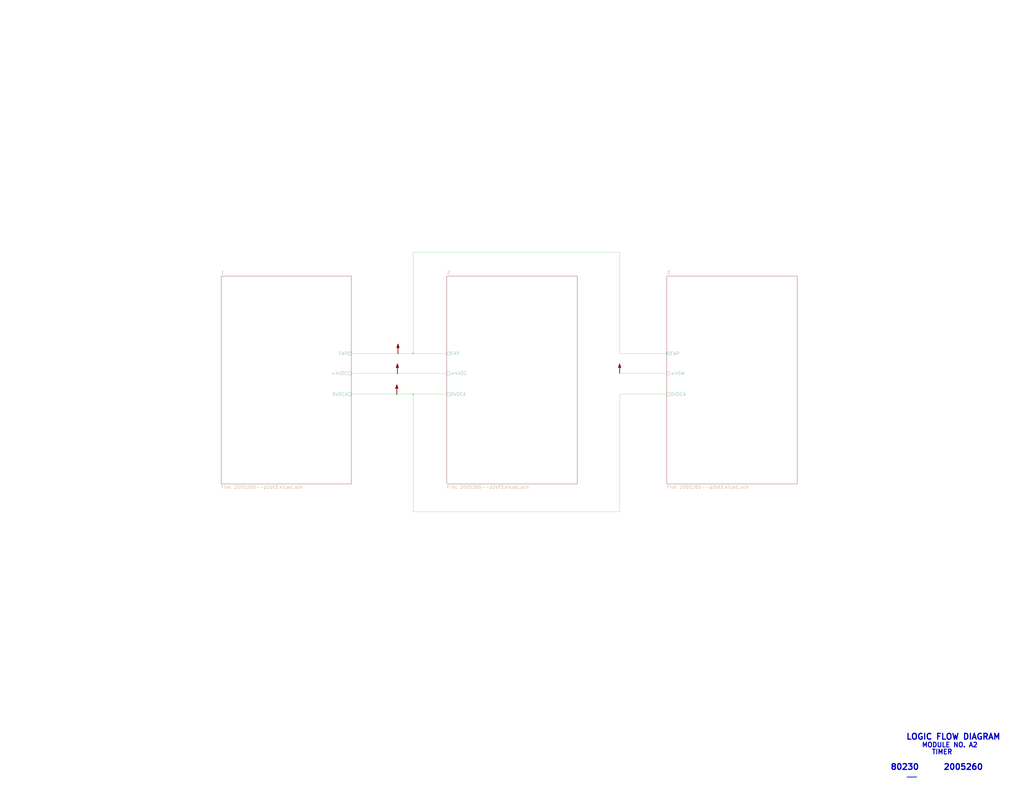
<source format=kicad_sch>
(kicad_sch (version 20211123) (generator eeschema)
  (paper "E")
  (lib_symbols
    (symbol "AGC_DSKY:PWR_FLAG" (power) (pin_numbers hide) (pin_names (offset 0) hide)
      (symbol "PWR_FLAG_0_0"
        (pin power_out line (at 0 0 90) (length 0) (name "pwr") (number "1"))
      )
      (symbol "PWR_FLAG_0_1"
        (polyline (pts (xy 0 0) (xy 0 10.16)) (stroke (width 0.762)))
        (polyline (pts (xy 0 10.16) (xy -1.27 6.35) (xy 1.27 6.35) (xy 0 10.16)) (stroke (width 0.762)) (fill (type outline)))
      )
    )
  )
  (junction (at 433.705 407.67))
  (junction (at 450.85 386.08))
  (junction (at 434.34 386.08))
  (junction (at 727.71 386.08))
  (junction (at 433.07 430.53))
  (junction (at 450.85 430.53))
  (wire (pts (xy 434.34 386.08) (xy 450.85 386.08)))
  (wire (pts (xy 383.54 430.53) (xy 433.07 430.53)))
  (wire (pts (xy 383.54 407.67) (xy 433.705 407.67)))
  (wire (pts (xy 728.345 386.08) (xy 727.71 386.08)))
  (wire (pts (xy 450.85 430.53) (xy 433.07 430.53)))
  (wire (pts (xy 450.85 275.59) (xy 450.85 386.08)))
  (wire (pts (xy 676.275 275.59) (xy 450.85 275.59)))
  (wire (pts (xy 450.85 558.8) (xy 676.275 558.8)))
  (wire (pts (xy 450.85 430.53) (xy 487.68 430.53)))
  (wire (pts (xy 676.275 386.08) (xy 676.275 275.59)))
  (wire (pts (xy 433.705 407.67) (xy 487.68 407.67)))
  (wire (pts (xy 727.71 386.08) (xy 676.275 386.08)))
  (wire (pts (xy 450.85 430.53) (xy 450.85 558.8)))
  (wire (pts (xy 727.71 407.67) (xy 676.275 407.67)))
  (wire (pts (xy 676.275 558.8) (xy 676.275 430.53)))
  (wire (pts (xy 450.85 386.08) (xy 487.68 386.08)))
  (wire (pts (xy 383.54 386.08) (xy 434.34 386.08)))
  (wire (pts (xy 676.275 430.53) (xy 727.71 430.53)))
  (text "80230" (at 971.55 841.375 0) (effects (font (size 6.35 6.35) (thickness 1.27) bold) (justify left bottom)))
  (text "LOGIC FLOW DIAGRAM" (at 988.695 808.355 0) (effects (font (size 6.35 6.35) (thickness 1.27) bold) (justify left bottom)))
  (text "TIMER" (at 1016.635 824.23 0) (effects (font (size 5.08 5.08) (thickness 1.016) bold) (justify left bottom)))
  (text "2005260" (at 1029.335 841.375 0) (effects (font (size 6.35 6.35) (thickness 1.27) bold) (justify left bottom)))
  (text "MODULE NO. A2" (at 1005.84 816.61 0) (effects (font (size 5.08 5.08) (thickness 1.016) bold) (justify left bottom)))
  (text "____" (at 989.33 848.995 0) (effects (font (size 3.556 3.556) (thickness 0.7112) bold) (justify left bottom)))
  (symbol (lib_id "AGC_DSKY:PWR_FLAG") (at 434.34 386.08 0) (unit 1)
    (property "Reference" "#FLG0101" (effects hide))
    (property "Value" "PWR_FLAG" (effects hide))
  )
  (symbol (lib_id "AGC_DSKY:PWR_FLAG") (at 433.705 407.67 0) (unit 1)
    (property "Reference" "#FLG0102" (effects hide))
    (property "Value" "PWR_FLAG" (effects hide))
  )
  (symbol (lib_id "AGC_DSKY:PWR_FLAG") (at 433.07 430.53 0) (unit 1)
    (property "Reference" "#FLG0103" (effects hide))
    (property "Value" "PWR_FLAG" (effects hide))
  )
  (symbol (lib_id "AGC_DSKY:PWR_FLAG") (at 676.275 407.67 0) (unit 1)
    (property "Reference" "#FLG0104" (effects hide))
    (property "Value" "PWR_FLAG" (effects hide))
  )
  (sheet (at 241.3 301.625) (size 142.24 226.695)
    (property "Sheet name" "1" (at 241.3 299.7704 0) (effects (font (size 3.556 3.556)) (justify left bottom)))
    (property "Sheet file" "2005260--p1of3.kicad_sch" (at 241.3 529.819 0) (effects (font (size 3.556 3.556)) (justify left top)))
    (pin "0VDCA" passive (at 383.54 430.53 0) (effects (font (size 3.556 3.556))))
    (pin "+4VDC" passive (at 383.54 407.67 0) (effects (font (size 3.556 3.556))))
    (pin "FAP" passive (at 383.54 386.08 0) (effects (font (size 3.556 3.556))))
  )
  (sheet (at 487.68 301.625) (size 142.24 226.695)
    (property "Sheet name" "2" (at 487.68 299.7704 0) (effects (font (size 3.556 3.556)) (justify left bottom)))
    (property "Sheet file" "2005260--p2of3.kicad_sch" (at 487.68 529.819 0) (effects (font (size 3.556 3.556)) (justify left top)))
    (pin "+4VDC" passive (at 487.68 407.67 180) (effects (font (size 3.556 3.556))))
    (pin "0VDCA" passive (at 487.68 430.53 180) (effects (font (size 3.556 3.556))))
    (pin "FAP" passive (at 487.68 386.08 180) (effects (font (size 3.556 3.556))))
  )
  (sheet (at 727.71 301.625) (size 142.24 226.695)
    (property "Sheet name" "3" (at 727.71 299.7704 0) (effects (font (size 3.556 3.556)) (justify left bottom)))
    (property "Sheet file" "2005260--p3of3.kicad_sch" (at 727.71 529.819 0) (effects (font (size 3.556 3.556)) (justify left top)))
    (pin "0VDCA" passive (at 727.71 430.53 180) (effects (font (size 3.556 3.556))))
    (pin "FAP" passive (at 727.71 386.08 180) (effects (font (size 3.556 3.556))))
    (pin "+4SW" passive (at 727.71 407.67 180) (effects (font (size 3.556 3.556))))
  )
)
</source>
